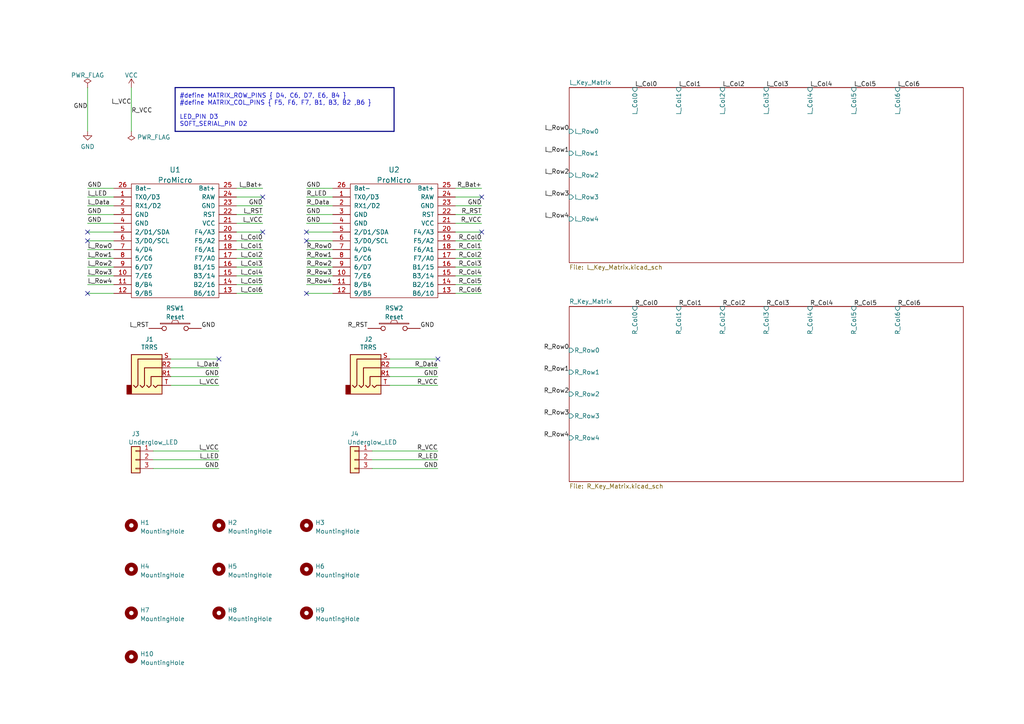
<source format=kicad_sch>
(kicad_sch (version 20211123) (generator eeschema)
  (paper "A4")
  (lib_symbols
    (symbol "Connector:AudioJack4"
      (property "Reference" "J" (at 0 8.89 0))
      (property "Value" "AudioJack4" (at 0 6.35 0))
      (symbol "AudioJack4_0_1"
        (rectangle (start -6.35 -5.08) (end -7.62 -7.62) (stroke (width 0.254)) (fill (type outline)))
        (polyline (pts (xy 0 -5.08) (xy 0.635 -5.715) (xy 1.27 -5.08) (xy 2.54 -5.08)) (stroke (width 0.254)))
        (polyline (pts (xy -5.715 -5.08) (xy -5.08 -5.715) (xy -4.445 -5.08) (xy -4.445 2.54) (xy 2.54 2.54)) (stroke (width 0.254)))
        (polyline (pts (xy -1.905 -5.08) (xy -1.27 -5.715) (xy -0.635 -5.08) (xy -0.635 -2.54) (xy 2.54 -2.54)) (stroke (width 0.254)))
        (polyline (pts (xy 2.54 0) (xy -2.54 0) (xy -2.54 -5.08) (xy -3.175 -5.715) (xy -3.81 -5.08)) (stroke (width 0.254)))
        (rectangle (start 2.54 3.81) (end -6.35 -7.62) (stroke (width 0.254)) (fill (type background)))
      )
      (symbol "AudioJack4_1_1"
        (pin passive line (at 5.08 -2.54 180) (length 2.54) (name "~") (number "R1"))
        (pin passive line (at 5.08 0 180) (length 2.54) (name "~") (number "R2"))
        (pin passive line (at 5.08 2.54 180) (length 2.54) (name "~") (number "S"))
        (pin passive line (at 5.08 -5.08 180) (length 2.54) (name "~") (number "T"))
      )
    )
    (symbol "Connector_Generic:Conn_01x03" (pin_names (offset 1.016) hide)
      (property "Reference" "J" (at 0 5.08 0))
      (property "Value" "Conn_01x03" (at 0 -5.08 0))
      (symbol "Conn_01x03_1_1"
        (rectangle (start -1.27 -2.413) (end 0 -2.667) (stroke (width 0.1524)))
        (rectangle (start -1.27 0.127) (end 0 -0.127) (stroke (width 0.1524)))
        (rectangle (start -1.27 2.667) (end 0 2.413) (stroke (width 0.1524)))
        (rectangle (start -1.27 3.81) (end 1.27 -3.81) (stroke (width 0.254)) (fill (type background)))
        (pin passive line (at -5.08 2.54 0) (length 3.81) (name "Pin_1") (number "1"))
        (pin passive line (at -5.08 0 0) (length 3.81) (name "Pin_2") (number "2"))
        (pin passive line (at -5.08 -2.54 0) (length 3.81) (name "Pin_3") (number "3"))
      )
    )
    (symbol "DCJACK:SW_PUSH" (pin_numbers hide) (pin_names (offset 1.016) hide)
      (property "Reference" "SW" (at 3.81 2.794 0))
      (property "Value" "SW_PUSH" (at 0 -2.032 0))
      (symbol "SW_PUSH_0_1"
        (rectangle (start -4.318 1.27) (end 4.318 1.524))
        (polyline (pts (xy -1.016 1.524) (xy -0.762 2.286) (xy 0.762 2.286) (xy 1.016 1.524)))
        (pin passive inverted (at -7.62 0 0) (length 5.08) (name "1") (number "1"))
        (pin passive inverted (at 7.62 0 180) (length 5.08) (name "2") (number "2"))
      )
    )
    (symbol "Marby-kicad-library:ProMicro" (pin_names (offset 1.016))
      (property "Reference" "U" (at 0 25.4 0))
      (property "Value" "ProMicro" (at 0 0 0))
      (symbol "ProMicro_0_1"
        (rectangle (start -12.7 22.86) (end 12.7 -10.16))
      )
      (symbol "ProMicro_1_1"
        (pin bidirectional line (at -17.78 19.05 0) (length 5.08) (name "TX0/D3") (number "1"))
        (pin bidirectional line (at -17.78 -3.81 0) (length 5.08) (name "7/E6") (number "10"))
        (pin bidirectional line (at -17.78 -6.35 0) (length 5.08) (name "8/B4") (number "11"))
        (pin bidirectional line (at -17.78 -8.89 0) (length 5.08) (name "9/B5") (number "12"))
        (pin bidirectional line (at 17.78 -8.89 180) (length 5.08) (name "B6/10") (number "13"))
        (pin bidirectional line (at 17.78 -6.35 180) (length 5.08) (name "B2/16") (number "14"))
        (pin bidirectional line (at 17.78 -3.81 180) (length 5.08) (name "B3/14") (number "15"))
        (pin bidirectional line (at 17.78 -1.27 180) (length 5.08) (name "B1/15") (number "16"))
        (pin bidirectional line (at 17.78 1.27 180) (length 5.08) (name "F7/A0") (number "17"))
        (pin bidirectional line (at 17.78 3.81 180) (length 5.08) (name "F6/A1") (number "18"))
        (pin bidirectional line (at 17.78 6.35 180) (length 5.08) (name "F5/A2") (number "19"))
        (pin bidirectional line (at -17.78 16.51 0) (length 5.08) (name "RX1/D2") (number "2"))
        (pin bidirectional line (at 17.78 8.89 180) (length 5.08) (name "F4/A3") (number "20"))
        (pin power_in line (at 17.78 11.43 180) (length 5.08) (name "VCC") (number "21"))
        (pin input line (at 17.78 13.97 180) (length 5.08) (name "RST") (number "22"))
        (pin power_in line (at 17.78 16.51 180) (length 5.08) (name "GND") (number "23"))
        (pin power_out line (at 17.78 19.05 180) (length 5.08) (name "RAW") (number "24"))
        (pin power_in line (at 17.78 21.59 180) (length 5.08) (name "Bat+") (number "25"))
        (pin power_in line (at -17.78 21.59 0) (length 5.08) (name "Bat-") (number "26"))
        (pin power_in line (at -17.78 13.97 0) (length 5.08) (name "GND") (number "3"))
        (pin power_in line (at -17.78 11.43 0) (length 5.08) (name "GND") (number "4"))
        (pin bidirectional line (at -17.78 8.89 0) (length 5.08) (name "2/D1/SDA") (number "5"))
        (pin bidirectional line (at -17.78 6.35 0) (length 5.08) (name "3/D0/SCL") (number "6"))
        (pin bidirectional line (at -17.78 3.81 0) (length 5.08) (name "4/D4") (number "7"))
        (pin bidirectional line (at -17.78 1.27 0) (length 5.08) (name "5/C6") (number "8"))
        (pin bidirectional line (at -17.78 -1.27 0) (length 5.08) (name "6/D7") (number "9"))
      )
    )
    (symbol "Mechanical:MountingHole" (pin_names (offset 1.016))
      (property "Reference" "H" (at 0 5.08 0))
      (property "Value" "MountingHole" (at 0 3.175 0))
      (symbol "MountingHole_0_1"
        (circle (center 0 0) (radius 1.27) (stroke (width 1.27)))
      )
    )
    (symbol "power:GND" (power) (pin_names (offset 0))
      (property "Value" "GND" (at 0 -3.81 0))
      (symbol "GND_0_1"
        (polyline (pts (xy 0 0) (xy 0 -1.27) (xy 1.27 -1.27) (xy 0 -2.54) (xy -1.27 -1.27) (xy 0 -1.27)))
      )
      (symbol "GND_1_1"
        (pin power_in line (at 0 0 270) (length 0) hide (name "GND") (number "1"))
      )
    )
    (symbol "power:PWR_FLAG" (power) (pin_numbers hide) (pin_names (offset 0) hide)
      (property "Value" "PWR_FLAG" (at 0 3.81 0))
      (symbol "PWR_FLAG_0_0"
        (pin power_out line (at 0 0 90) (length 0) (name "pwr") (number "1"))
      )
      (symbol "PWR_FLAG_0_1"
        (polyline (pts (xy 0 0) (xy 0 1.27) (xy -1.016 1.905) (xy 0 2.54) (xy 1.016 1.905) (xy 0 1.27)))
      )
    )
    (symbol "power:VCC" (power) (pin_names (offset 0))
      (property "Value" "VCC" (at 0 3.81 0))
      (symbol "VCC_0_1"
        (polyline (pts (xy -0.762 1.27) (xy 0 2.54)))
        (polyline (pts (xy 0 0) (xy 0 2.54)))
        (polyline (pts (xy 0 2.54) (xy 0.762 1.27)))
      )
      (symbol "VCC_1_1"
        (pin power_in line (at 0 0 90) (length 0) hide (name "VCC") (number "1"))
      )
    )
  )
  (no_connect (at 63.5 104.14))
  (no_connect (at 127 104.14))
  (no_connect (at 76.2 67.31))
  (no_connect (at 76.2 57.15))
  (no_connect (at 25.4 85.09))
  (no_connect (at 25.4 69.85))
  (no_connect (at 25.4 67.31))
  (no_connect (at 139.7 57.15))
  (no_connect (at 139.7 67.31))
  (no_connect (at 88.9 69.85))
  (no_connect (at 88.9 67.31))
  (no_connect (at 88.9 85.09))
  (wire (pts (xy 68.58 80.01) (xy 76.2 80.01)))
  (wire (pts (xy 88.9 69.85) (xy 96.52 69.85)))
  (bus (pts (xy 114.3 38.1) (xy 114.3 25.4)))
  (wire (pts (xy 68.58 54.61) (xy 76.2 54.61)))
  (wire (pts (xy 107.95 133.35) (xy 127 133.35)))
  (wire (pts (xy 25.4 64.77) (xy 33.02 64.77)))
  (wire (pts (xy 25.4 62.23) (xy 33.02 62.23)))
  (wire (pts (xy 68.58 62.23) (xy 76.2 62.23)))
  (wire (pts (xy 68.58 59.69) (xy 76.2 59.69)))
  (wire (pts (xy 132.08 74.93) (xy 139.7 74.93)))
  (wire (pts (xy 88.9 67.31) (xy 96.52 67.31)))
  (wire (pts (xy 107.95 135.89) (xy 127 135.89)))
  (wire (pts (xy 132.08 72.39) (xy 139.7 72.39)))
  (wire (pts (xy 88.9 74.93) (xy 96.52 74.93)))
  (wire (pts (xy 49.53 104.14) (xy 63.5 104.14)))
  (wire (pts (xy 68.58 64.77) (xy 76.2 64.77)))
  (wire (pts (xy 49.53 111.76) (xy 63.5 111.76)))
  (wire (pts (xy 88.9 59.69) (xy 96.52 59.69)))
  (wire (pts (xy 68.58 74.93) (xy 76.2 74.93)))
  (wire (pts (xy 25.4 57.15) (xy 33.02 57.15)))
  (wire (pts (xy 44.45 135.89) (xy 63.5 135.89)))
  (wire (pts (xy 25.4 54.61) (xy 33.02 54.61)))
  (wire (pts (xy 107.95 130.81) (xy 127 130.81)))
  (wire (pts (xy 132.08 77.47) (xy 139.7 77.47)))
  (wire (pts (xy 132.08 64.77) (xy 139.7 64.77)))
  (wire (pts (xy 132.08 57.15) (xy 139.7 57.15)))
  (bus (pts (xy 50.8 25.4) (xy 114.3 25.4)))
  (wire (pts (xy 88.9 57.15) (xy 96.52 57.15)))
  (wire (pts (xy 88.9 64.77) (xy 96.52 64.77)))
  (wire (pts (xy 25.4 69.85) (xy 33.02 69.85)))
  (wire (pts (xy 44.45 130.81) (xy 63.5 130.81)))
  (wire (pts (xy 88.9 82.55) (xy 96.52 82.55)))
  (wire (pts (xy 88.9 85.09) (xy 96.52 85.09)))
  (wire (pts (xy 132.08 80.01) (xy 139.7 80.01)))
  (wire (pts (xy 44.45 133.35) (xy 63.5 133.35)))
  (wire (pts (xy 88.9 80.01) (xy 96.52 80.01)))
  (wire (pts (xy 132.08 62.23) (xy 139.7 62.23)))
  (wire (pts (xy 25.4 80.01) (xy 33.02 80.01)))
  (bus (pts (xy 50.8 38.1) (xy 114.3 38.1)))
  (wire (pts (xy 68.58 69.85) (xy 76.2 69.85)))
  (wire (pts (xy 25.4 74.93) (xy 33.02 74.93)))
  (wire (pts (xy 88.9 72.39) (xy 96.52 72.39)))
  (bus (pts (xy 50.8 25.4) (xy 50.8 38.1)))
  (wire (pts (xy 68.58 57.15) (xy 76.2 57.15)))
  (wire (pts (xy 113.03 109.22) (xy 127 109.22)))
  (wire (pts (xy 132.08 54.61) (xy 139.7 54.61)))
  (wire (pts (xy 68.58 67.31) (xy 76.2 67.31)))
  (wire (pts (xy 25.4 72.39) (xy 33.02 72.39)))
  (wire (pts (xy 132.08 82.55) (xy 139.7 82.55)))
  (wire (pts (xy 49.53 106.68) (xy 63.5 106.68)))
  (wire (pts (xy 68.58 82.55) (xy 76.2 82.55)))
  (wire (pts (xy 25.4 67.31) (xy 33.02 67.31)))
  (wire (pts (xy 132.08 67.31) (xy 139.7 67.31)))
  (wire (pts (xy 25.4 82.55) (xy 33.02 82.55)))
  (wire (pts (xy 68.58 77.47) (xy 76.2 77.47)))
  (wire (pts (xy 38.1 38.1) (xy 38.1 25.4)))
  (wire (pts (xy 68.58 72.39) (xy 76.2 72.39)))
  (wire (pts (xy 132.08 85.09) (xy 139.7 85.09)))
  (wire (pts (xy 49.53 109.22) (xy 63.5 109.22)))
  (wire (pts (xy 88.9 62.23) (xy 96.52 62.23)))
  (wire (pts (xy 88.9 54.61) (xy 96.52 54.61)))
  (wire (pts (xy 132.08 59.69) (xy 139.7 59.69)))
  (wire (pts (xy 113.03 106.68) (xy 127 106.68)))
  (wire (pts (xy 132.08 69.85) (xy 139.7 69.85)))
  (wire (pts (xy 25.4 59.69) (xy 33.02 59.69)))
  (wire (pts (xy 113.03 104.14) (xy 127 104.14)))
  (wire (pts (xy 25.4 85.09) (xy 33.02 85.09)))
  (wire (pts (xy 113.03 111.76) (xy 127 111.76)))
  (wire (pts (xy 68.58 85.09) (xy 76.2 85.09)))
  (wire (pts (xy 25.4 38.1) (xy 25.4 25.4)))
  (wire (pts (xy 25.4 77.47) (xy 33.02 77.47)))
  (wire (pts (xy 88.9 77.47) (xy 96.52 77.47)))
  (text "#define MATRIX_ROW_PINS { D4, C6, D7, E6, B4 }\n#define MATRIX_COL_PINS { F5, F6, F7, B1, B3, B2 ,B6 }\n\nLED_PIN D3\nSOFT_SERIAL_PIN D2" (at 52.07 36.83 0) (effects (font (size 1.27 1.27)) (justify left bottom)))
  (label "L_Col1" (at 196.85 25.4 0))
  (label "R_Col1" (at 139.7 72.39 180))
  (label "R_VCC" (at 139.7 64.77 180))
  (label "R_Row2" (at 165.1 114.3 180))
  (label "L_Row3" (at 25.4 80.01 0))
  (label "L_Bat+" (at 76.2 54.61 180))
  (label "GND" (at 63.5 109.22 180))
  (label "GND" (at 25.4 31.75 180))
  (label "L_Col5" (at 247.65 25.4 0))
  (label "L_Col6" (at 260.35 25.4 0))
  (label "GND" (at 88.9 54.61 0))
  (label "L_VCC" (at 38.1 30.48 180))
  (label "L_Col3" (at 76.2 77.47 180))
  (label "L_Row2" (at 165.1 50.8 180))
  (label "L_Col6" (at 76.2 85.09 180))
  (label "L_Row4" (at 25.4 82.55 0))
  (label "R_VCC" (at 38.1 33.02 0))
  (label "GND" (at 58.42 95.25 0))
  (label "R_LED" (at 127 133.35 180))
  (label "R_Row1" (at 165.1 107.95 180))
  (label "R_RST" (at 106.68 95.25 180))
  (label "L_VCC" (at 63.5 130.81 180))
  (label "R_Col3" (at 139.7 77.47 180))
  (label "R_Col5" (at 139.7 82.55 180))
  (label "R_Row4" (at 88.9 82.55 0))
  (label "L_VCC" (at 63.5 111.76 180))
  (label "L_Row2" (at 25.4 77.47 0))
  (label "R_Data" (at 88.9 59.69 0))
  (label "L_LED" (at 63.5 133.35 180))
  (label "R_Row3" (at 165.1 120.65 180))
  (label "GND" (at 121.92 95.25 0))
  (label "L_Row3" (at 165.1 57.15 180))
  (label "R_VCC" (at 127 130.81 180))
  (label "L_RST" (at 76.2 62.23 180))
  (label "L_Col0" (at 76.2 69.85 180))
  (label "R_Col1" (at 196.85 88.9 0))
  (label "L_Col4" (at 234.95 25.4 0))
  (label "R_Row0" (at 165.1 101.6 180))
  (label "GND" (at 139.7 59.69 180))
  (label "GND" (at 25.4 64.77 0))
  (label "GND" (at 127 109.22 180))
  (label "GND" (at 127 135.89 180))
  (label "GND" (at 25.4 54.61 0))
  (label "R_Col4" (at 139.7 80.01 180))
  (label "R_Col6" (at 139.7 85.09 180))
  (label "L_Col4" (at 76.2 80.01 180))
  (label "R_Row1" (at 88.9 74.93 0))
  (label "R_Bat+" (at 139.7 54.61 180))
  (label "R_Col2" (at 139.7 74.93 180))
  (label "R_Col6" (at 260.35 88.9 0))
  (label "L_VCC" (at 76.2 64.77 180))
  (label "GND" (at 88.9 62.23 0))
  (label "R_Row2" (at 88.9 77.47 0))
  (label "L_LED" (at 25.4 57.15 0))
  (label "R_Col2" (at 209.55 88.9 0))
  (label "L_Col2" (at 209.55 25.4 0))
  (label "L_RST" (at 43.18 95.25 180))
  (label "R_Row0" (at 88.9 72.39 0))
  (label "R_VCC" (at 127 111.76 180))
  (label "GND" (at 88.9 64.77 0))
  (label "L_Row0" (at 25.4 72.39 0))
  (label "L_Col5" (at 76.2 82.55 180))
  (label "L_Row4" (at 165.1 63.5 180))
  (label "L_Row1" (at 165.1 44.45 180))
  (label "R_RST" (at 139.7 62.23 180))
  (label "GND" (at 25.4 62.23 0))
  (label "L_Col3" (at 222.25 25.4 0))
  (label "R_Col0" (at 139.7 69.85 180))
  (label "R_Col0" (at 184.15 88.9 0))
  (label "L_Data" (at 25.4 59.69 0))
  (label "R_Row4" (at 165.1 127 180))
  (label "L_Row1" (at 25.4 74.93 0))
  (label "L_Row0" (at 165.1 38.1 180))
  (label "R_Row3" (at 88.9 80.01 0))
  (label "L_Col2" (at 76.2 74.93 180))
  (label "L_Col0" (at 184.15 25.4 0))
  (label "R_Col3" (at 222.25 88.9 0))
  (label "GND" (at 76.2 59.69 180))
  (label "R_Data" (at 127 106.68 180))
  (label "R_LED" (at 88.9 57.15 0))
  (label "L_Col1" (at 76.2 72.39 180))
  (label "R_Col5" (at 247.65 88.9 0))
  (label "GND" (at 63.5 135.89 180))
  (label "L_Data" (at 63.5 106.68 180))
  (label "R_Col4" (at 234.95 88.9 0))
  (symbol (lib_id "power:VCC") (at 38.1 25.4 0) (unit 1)
    (property "Reference" "#PWR01" (effects hide))
    (property "Value" "VCC" (at 38.1 21.8242 0))
  )
  (symbol (lib_id "Mechanical:MountingHole") (at 88.9 152.4 0) (unit 1)
    (property "Reference" "H3" (at 91.44 151.5653 0) (effects (justify left)))
    (property "Value" "MountingHole" (at 91.44 154.1022 0) (effects (justify left)))
    (property "Footprint" "footprint:spacer_m2" (effects hide))
  )
  (symbol (lib_id "Mechanical:MountingHole") (at 88.9 165.1 0) (unit 1)
    (property "Reference" "H6" (at 91.44 164.2653 0) (effects (justify left)))
    (property "Value" "MountingHole" (at 91.44 166.8022 0) (effects (justify left)))
    (property "Footprint" "footprint:spacer_m2" (effects hide))
  )
  (symbol (lib_id "power:PWR_FLAG") (at 38.1 38.1 180) (unit 1)
    (property "Reference" "#FLG02" (effects hide))
    (property "Value" "PWR_FLAG" (at 39.751 39.8038 0) (effects (justify right)))
  )
  (symbol (lib_id "Mechanical:MountingHole") (at 38.1 177.8 0) (unit 1)
    (property "Reference" "H7" (at 40.64 176.9653 0) (effects (justify left)))
    (property "Value" "MountingHole" (at 40.64 179.5022 0) (effects (justify left)))
    (property "Footprint" "footprint:spacer_m2" (effects hide))
  )
  (symbol (lib_id "Mechanical:MountingHole") (at 38.1 190.5 0) (unit 1)
    (property "Reference" "H10" (at 40.64 189.6653 0) (effects (justify left)))
    (property "Value" "MountingHole" (at 40.64 192.2022 0) (effects (justify left)))
    (property "Footprint" "footprint:spacer_m2" (effects hide))
  )
  (symbol (lib_id "Mechanical:MountingHole") (at 63.5 177.8 0) (unit 1)
    (property "Reference" "H8" (at 66.04 176.9653 0) (effects (justify left)))
    (property "Value" "MountingHole" (at 66.04 179.5022 0) (effects (justify left)))
    (property "Footprint" "footprint:spacer_m2" (effects hide))
  )
  (symbol (lib_id "Connector:AudioJack4") (at 44.45 106.68 0) (unit 1)
    (property "Reference" "J1" (at 43.3578 98.425 0))
    (property "Value" "TRRS" (at 43.3578 100.7364 0))
    (property "Footprint" "footprint:MJ-4PP-9_1side" (effects hide))
  )
  (symbol (lib_id "Connector_Generic:Conn_01x03") (at 39.37 133.35 0) (mirror y) (unit 1)
    (property "Reference" "J3" (at 39.37 125.8402 0))
    (property "Value" "Underglow_LED" (at 44.45 128.27 0))
    (property "Footprint" "footprint:StripLED_1side" (effects hide))
  )
  (symbol (lib_id "DCJACK:SW_PUSH") (at 114.3 95.25 0) (unit 1)
    (property "Reference" "RSW2" (at 114.3 89.3912 0))
    (property "Value" "Reset" (at 114.3 91.9281 0))
    (property "Footprint" "footprint:ResetSW_1side" (effects hide))
  )
  (symbol (lib_id "Connector_Generic:Conn_01x03") (at 102.87 133.35 0) (mirror y) (unit 1)
    (property "Reference" "J4" (at 102.87 125.8402 0))
    (property "Value" "Underglow_LED" (at 107.95 128.27 0))
    (property "Footprint" "footprint:StripLED_1side" (effects hide))
  )
  (symbol (lib_id "Marby-kicad-library:ProMicro") (at 114.3 76.2 0) (unit 1)
    (property "Reference" "U2" (at 114.3 49.2559 0) (effects (font (size 1.524 1.524))))
    (property "Value" "ProMicro" (at 114.3 52.2493 0) (effects (font (size 1.524 1.524))))
    (property "Footprint" "footprint:BMP_Bottom_Front_Side" (effects hide))
  )
  (symbol (lib_id "power:GND") (at 25.4 38.1 0) (unit 1)
    (property "Reference" "#PWR02" (effects hide))
    (property "Value" "GND" (at 25.4 42.5434 0))
  )
  (symbol (lib_id "Mechanical:MountingHole") (at 38.1 165.1 0) (unit 1)
    (property "Reference" "H4" (at 40.64 164.2653 0) (effects (justify left)))
    (property "Value" "MountingHole" (at 40.64 166.8022 0) (effects (justify left)))
    (property "Footprint" "footprint:spacer_m2" (effects hide))
  )
  (symbol (lib_id "Marby-kicad-library:ProMicro") (at 50.8 76.2 0) (unit 1)
    (property "Reference" "U1" (at 50.8 49.2559 0) (effects (font (size 1.524 1.524))))
    (property "Value" "ProMicro" (at 50.8 52.2493 0) (effects (font (size 1.524 1.524))))
    (property "Footprint" "footprint:BMP_Bottom_Front_Side" (effects hide))
  )
  (symbol (lib_id "Mechanical:MountingHole") (at 88.9 177.8 0) (unit 1)
    (property "Reference" "H9" (at 91.44 176.9653 0) (effects (justify left)))
    (property "Value" "MountingHole" (at 91.44 179.5022 0) (effects (justify left)))
    (property "Footprint" "footprint:spacer_m2" (effects hide))
  )
  (symbol (lib_id "Mechanical:MountingHole") (at 63.5 152.4 0) (unit 1)
    (property "Reference" "H2" (at 66.04 151.5653 0) (effects (justify left)))
    (property "Value" "MountingHole" (at 66.04 154.1022 0) (effects (justify left)))
    (property "Footprint" "footprint:spacer_m2" (effects hide))
  )
  (symbol (lib_id "DCJACK:SW_PUSH") (at 50.8 95.25 0) (unit 1)
    (property "Reference" "RSW1" (at 50.8 89.3912 0))
    (property "Value" "Reset" (at 50.8 91.9281 0))
    (property "Footprint" "footprint:ResetSW_1side" (effects hide))
  )
  (symbol (lib_id "power:PWR_FLAG") (at 25.4 25.4 0) (unit 1)
    (property "Reference" "#FLG01" (effects hide))
    (property "Value" "PWR_FLAG" (at 25.4 21.8242 0))
  )
  (symbol (lib_id "Mechanical:MountingHole") (at 38.1 152.4 0) (unit 1)
    (property "Reference" "H1" (at 40.64 151.5653 0) (effects (justify left)))
    (property "Value" "MountingHole" (at 40.64 154.1022 0) (effects (justify left)))
    (property "Footprint" "footprint:spacer_m2" (effects hide))
  )
  (symbol (lib_id "Connector:AudioJack4") (at 107.95 106.68 0) (unit 1)
    (property "Reference" "J2" (at 106.8578 98.425 0))
    (property "Value" "TRRS" (at 106.8578 100.7364 0))
    (property "Footprint" "footprint:MJ-4PP-9_1side" (effects hide))
  )
  (symbol (lib_id "Mechanical:MountingHole") (at 63.5 165.1 0) (unit 1)
    (property "Reference" "H5" (at 66.04 164.2653 0) (effects (justify left)))
    (property "Value" "MountingHole" (at 66.04 166.8022 0) (effects (justify left)))
    (property "Footprint" "footprint:spacer_m2" (effects hide))
  )
  (sheet (at 165.1 25.4) (size 114.3 50.8) (stroke (width 0.1524))
    (property "Sheet name" "L_Key_Matrix" (at 165.1 24.6884 0) (effects (justify left bottom)))
    (property "Sheet file" "L_Key_Matrix.kicad_sch" (at 165.1 76.7846 0) (effects (justify left top)))
    (pin "L_Col2" input (at 209.55 25.4 90))
    (pin "L_Col3" input (at 222.25 25.4 90))
    (pin "L_Col4" input (at 234.95 25.4 90))
    (pin "L_Row4" input (at 165.1 63.5 180))
    (pin "L_Row3" input (at 165.1 57.15 180))
    (pin "L_Row2" input (at 165.1 50.8 180))
    (pin "L_Row1" input (at 165.1 44.45 180))
    (pin "L_Row0" input (at 165.1 38.1 180))
    (pin "L_Col5" input (at 247.65 25.4 90))
    (pin "L_Col6" input (at 260.35 25.4 90))
    (pin "L_Col1" input (at 196.85 25.4 90))
    (pin "L_Col0" input (at 184.15 25.4 90))
  )
  (sheet (at 165.1 88.9) (size 114.3 50.8) (stroke (width 0.1524))
    (property "Sheet name" "R_Key_Matrix" (at 165.1 88.1884 0) (effects (justify left bottom)))
    (property "Sheet file" "R_Key_Matrix.kicad_sch" (at 165.1 140.2846 0) (effects (justify left top)))
    (pin "R_Col0" input (at 184.15 88.9 90))
    (pin "R_Col1" input (at 196.85 88.9 90))
    (pin "R_Col2" input (at 209.55 88.9 90))
    (pin "R_Row0" input (at 165.1 101.6 180))
    (pin "R_Col3" input (at 222.25 88.9 90))
    (pin "R_Col4" input (at 234.95 88.9 90))
    (pin "R_Row3" input (at 165.1 120.65 180))
    (pin "R_Row4" input (at 165.1 127 180))
    (pin "R_Row1" input (at 165.1 107.95 180))
    (pin "R_Row2" input (at 165.1 114.3 180))
    (pin "R_Col5" input (at 247.65 88.9 90))
    (pin "R_Col6" input (at 260.35 88.9 90))
  )
)
</source>
